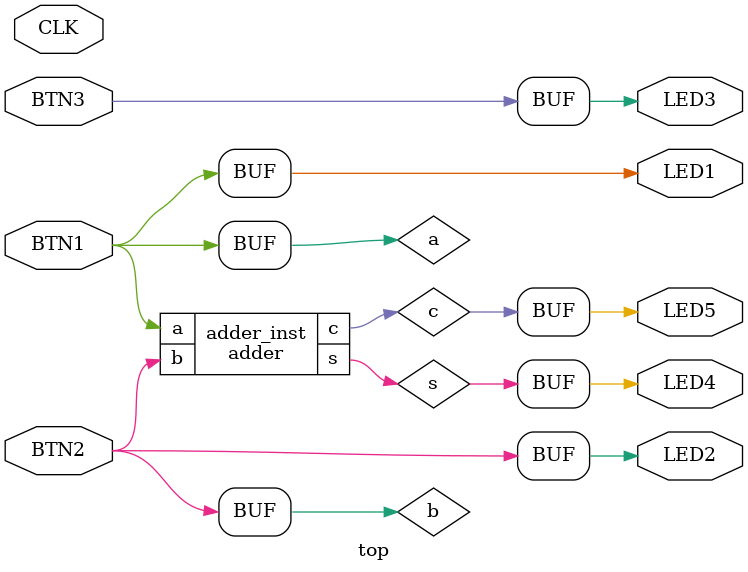
<source format=sv>
/* Small test of SystemVerilog adder on the iCEBreaker dev board. */

module adder (
    input  a,
    input  b,
    output s,
    output c
);

  always_comb begin
    s = a ^ b;
    c = a & b;
  end

endmodule

module top (
    input CLK,

    output LED1,
    output LED2,
    output LED3,
    output LED4,
    output LED5,

    input BTN1,
    input BTN2,
    input BTN3
);

  logic a;
  logic b;
  logic s;
  logic c;

  always_comb begin
    LED1 = BTN1;
    LED2 = BTN2;
    LED3 = BTN3;
    a = BTN1;
    b = BTN2;
    LED4 = s;
    LED5 = c;
  end

  adder adder_inst (
      .a(a),
      .b,
      .s,
      .c
  );

endmodule


</source>
